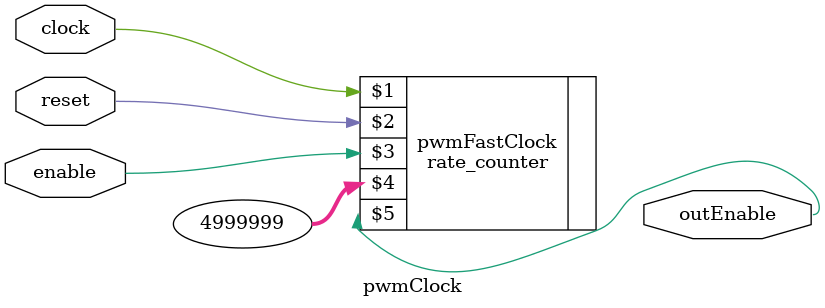
<source format=v>
module pwmClock #(parameter CLOCK_FREQUENCY = 5000000) (clock, reset, enable, outEnable);

	input clock, reset, enable;
	output outEnable;
	
	rate_counter #(.NUM_BITS($clog2(CLOCK_FREQUENCY))) pwmFastClock (clock, reset, enable, CLOCK_FREQUENCY-1, outEnable); //change to actual conditions when testing GPIO
endmodule
</source>
